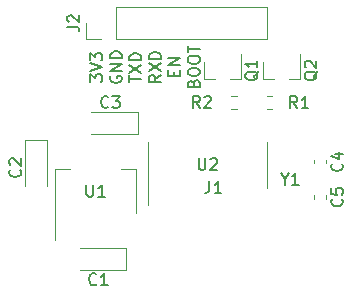
<source format=gbr>
%TF.GenerationSoftware,KiCad,Pcbnew,(5.1.10)-1*%
%TF.CreationDate,2021-05-26T11:20:56+00:00*%
%TF.ProjectId,esp32_programmer,65737033-325f-4707-926f-6772616d6d65,rev?*%
%TF.SameCoordinates,Original*%
%TF.FileFunction,Legend,Top*%
%TF.FilePolarity,Positive*%
%FSLAX46Y46*%
G04 Gerber Fmt 4.6, Leading zero omitted, Abs format (unit mm)*
G04 Created by KiCad (PCBNEW (5.1.10)-1) date 2021-05-26 11:20:56*
%MOMM*%
%LPD*%
G01*
G04 APERTURE LIST*
%ADD10C,0.150000*%
%ADD11C,0.120000*%
G04 APERTURE END LIST*
D10*
X118827380Y-70738095D02*
X118827380Y-70119047D01*
X119208333Y-70452380D01*
X119208333Y-70309523D01*
X119255952Y-70214285D01*
X119303571Y-70166666D01*
X119398809Y-70119047D01*
X119636904Y-70119047D01*
X119732142Y-70166666D01*
X119779761Y-70214285D01*
X119827380Y-70309523D01*
X119827380Y-70595238D01*
X119779761Y-70690476D01*
X119732142Y-70738095D01*
X118827380Y-69833333D02*
X119827380Y-69500000D01*
X118827380Y-69166666D01*
X118827380Y-68928571D02*
X118827380Y-68309523D01*
X119208333Y-68642857D01*
X119208333Y-68500000D01*
X119255952Y-68404761D01*
X119303571Y-68357142D01*
X119398809Y-68309523D01*
X119636904Y-68309523D01*
X119732142Y-68357142D01*
X119779761Y-68404761D01*
X119827380Y-68500000D01*
X119827380Y-68785714D01*
X119779761Y-68880952D01*
X119732142Y-68928571D01*
X120525000Y-70261904D02*
X120477380Y-70357142D01*
X120477380Y-70500000D01*
X120525000Y-70642857D01*
X120620238Y-70738095D01*
X120715476Y-70785714D01*
X120905952Y-70833333D01*
X121048809Y-70833333D01*
X121239285Y-70785714D01*
X121334523Y-70738095D01*
X121429761Y-70642857D01*
X121477380Y-70500000D01*
X121477380Y-70404761D01*
X121429761Y-70261904D01*
X121382142Y-70214285D01*
X121048809Y-70214285D01*
X121048809Y-70404761D01*
X121477380Y-69785714D02*
X120477380Y-69785714D01*
X121477380Y-69214285D01*
X120477380Y-69214285D01*
X121477380Y-68738095D02*
X120477380Y-68738095D01*
X120477380Y-68500000D01*
X120525000Y-68357142D01*
X120620238Y-68261904D01*
X120715476Y-68214285D01*
X120905952Y-68166666D01*
X121048809Y-68166666D01*
X121239285Y-68214285D01*
X121334523Y-68261904D01*
X121429761Y-68357142D01*
X121477380Y-68500000D01*
X121477380Y-68738095D01*
X122127380Y-70761904D02*
X122127380Y-70190476D01*
X123127380Y-70476190D02*
X122127380Y-70476190D01*
X122127380Y-69952380D02*
X123127380Y-69285714D01*
X122127380Y-69285714D02*
X123127380Y-69952380D01*
X123127380Y-68904761D02*
X122127380Y-68904761D01*
X122127380Y-68666666D01*
X122175000Y-68523809D01*
X122270238Y-68428571D01*
X122365476Y-68380952D01*
X122555952Y-68333333D01*
X122698809Y-68333333D01*
X122889285Y-68380952D01*
X122984523Y-68428571D01*
X123079761Y-68523809D01*
X123127380Y-68666666D01*
X123127380Y-68904761D01*
X124777380Y-70166666D02*
X124301190Y-70500000D01*
X124777380Y-70738095D02*
X123777380Y-70738095D01*
X123777380Y-70357142D01*
X123825000Y-70261904D01*
X123872619Y-70214285D01*
X123967857Y-70166666D01*
X124110714Y-70166666D01*
X124205952Y-70214285D01*
X124253571Y-70261904D01*
X124301190Y-70357142D01*
X124301190Y-70738095D01*
X123777380Y-69833333D02*
X124777380Y-69166666D01*
X123777380Y-69166666D02*
X124777380Y-69833333D01*
X124777380Y-68785714D02*
X123777380Y-68785714D01*
X123777380Y-68547619D01*
X123825000Y-68404761D01*
X123920238Y-68309523D01*
X124015476Y-68261904D01*
X124205952Y-68214285D01*
X124348809Y-68214285D01*
X124539285Y-68261904D01*
X124634523Y-68309523D01*
X124729761Y-68404761D01*
X124777380Y-68547619D01*
X124777380Y-68785714D01*
X125903571Y-70238095D02*
X125903571Y-69904761D01*
X126427380Y-69761904D02*
X126427380Y-70238095D01*
X125427380Y-70238095D01*
X125427380Y-69761904D01*
X126427380Y-69333333D02*
X125427380Y-69333333D01*
X126427380Y-68761904D01*
X125427380Y-68761904D01*
X127553571Y-70857142D02*
X127601190Y-70714285D01*
X127648809Y-70666666D01*
X127744047Y-70619047D01*
X127886904Y-70619047D01*
X127982142Y-70666666D01*
X128029761Y-70714285D01*
X128077380Y-70809523D01*
X128077380Y-71190476D01*
X127077380Y-71190476D01*
X127077380Y-70857142D01*
X127125000Y-70761904D01*
X127172619Y-70714285D01*
X127267857Y-70666666D01*
X127363095Y-70666666D01*
X127458333Y-70714285D01*
X127505952Y-70761904D01*
X127553571Y-70857142D01*
X127553571Y-71190476D01*
X127077380Y-70000000D02*
X127077380Y-69809523D01*
X127125000Y-69714285D01*
X127220238Y-69619047D01*
X127410714Y-69571428D01*
X127744047Y-69571428D01*
X127934523Y-69619047D01*
X128029761Y-69714285D01*
X128077380Y-69809523D01*
X128077380Y-70000000D01*
X128029761Y-70095238D01*
X127934523Y-70190476D01*
X127744047Y-70238095D01*
X127410714Y-70238095D01*
X127220238Y-70190476D01*
X127125000Y-70095238D01*
X127077380Y-70000000D01*
X127077380Y-68952380D02*
X127077380Y-68761904D01*
X127125000Y-68666666D01*
X127220238Y-68571428D01*
X127410714Y-68523809D01*
X127744047Y-68523809D01*
X127934523Y-68571428D01*
X128029761Y-68666666D01*
X128077380Y-68761904D01*
X128077380Y-68952380D01*
X128029761Y-69047619D01*
X127934523Y-69142857D01*
X127744047Y-69190476D01*
X127410714Y-69190476D01*
X127220238Y-69142857D01*
X127125000Y-69047619D01*
X127077380Y-68952380D01*
X127077380Y-68238095D02*
X127077380Y-67666666D01*
X128077380Y-67952380D02*
X127077380Y-67952380D01*
D11*
%TO.C,C1*%
X117900000Y-86685000D02*
X121810000Y-86685000D01*
X121810000Y-86685000D02*
X121810000Y-84815000D01*
X121810000Y-84815000D02*
X117900000Y-84815000D01*
%TO.C,C2*%
X115185000Y-79600000D02*
X115185000Y-75690000D01*
X115185000Y-75690000D02*
X113315000Y-75690000D01*
X113315000Y-75690000D02*
X113315000Y-79600000D01*
%TO.C,C3*%
X122810000Y-73315000D02*
X118900000Y-73315000D01*
X122810000Y-75185000D02*
X122810000Y-73315000D01*
X118900000Y-75185000D02*
X122810000Y-75185000D01*
%TO.C,C4*%
X137740000Y-77640580D02*
X137740000Y-77359420D01*
X138760000Y-77640580D02*
X138760000Y-77359420D01*
%TO.C,C5*%
X138760000Y-80640580D02*
X138760000Y-80359420D01*
X137740000Y-80640580D02*
X137740000Y-80359420D01*
%TO.C,J2*%
X133780000Y-67080000D02*
X133780000Y-64420000D01*
X121020000Y-67080000D02*
X133780000Y-67080000D01*
X121020000Y-64420000D02*
X133780000Y-64420000D01*
X121020000Y-67080000D02*
X121020000Y-64420000D01*
X119750000Y-67080000D02*
X118420000Y-67080000D01*
X118420000Y-67080000D02*
X118420000Y-65750000D01*
%TO.C,Q1*%
X128420000Y-70510000D02*
X129350000Y-70510000D01*
X131580000Y-70510000D02*
X130650000Y-70510000D01*
X131580000Y-70510000D02*
X131580000Y-68350000D01*
X128420000Y-70510000D02*
X128420000Y-69050000D01*
%TO.C,Q2*%
X133420000Y-70510000D02*
X133420000Y-69050000D01*
X136580000Y-70510000D02*
X136580000Y-68350000D01*
X136580000Y-70510000D02*
X135650000Y-70510000D01*
X133420000Y-70510000D02*
X134350000Y-70510000D01*
%TO.C,R1*%
X133762742Y-71977500D02*
X134237258Y-71977500D01*
X133762742Y-73022500D02*
X134237258Y-73022500D01*
%TO.C,R2*%
X131237258Y-71977500D02*
X130762742Y-71977500D01*
X131237258Y-73022500D02*
X130762742Y-73022500D01*
%TO.C,U1*%
X122660000Y-78090000D02*
X121400000Y-78090000D01*
X115840000Y-78090000D02*
X117100000Y-78090000D01*
X122660000Y-81850000D02*
X122660000Y-78090000D01*
X115840000Y-84100000D02*
X115840000Y-78090000D01*
%TO.C,U2*%
X133810000Y-77750000D02*
X133810000Y-75800000D01*
X133810000Y-77750000D02*
X133810000Y-79700000D01*
X123690000Y-77750000D02*
X123690000Y-75800000D01*
X123690000Y-77750000D02*
X123690000Y-81200000D01*
%TO.C,J1*%
D10*
X128901866Y-79157380D02*
X128901866Y-79871666D01*
X128854247Y-80014523D01*
X128759009Y-80109761D01*
X128616152Y-80157380D01*
X128520914Y-80157380D01*
X129901866Y-80157380D02*
X129330438Y-80157380D01*
X129616152Y-80157380D02*
X129616152Y-79157380D01*
X129520914Y-79300238D01*
X129425676Y-79395476D01*
X129330438Y-79443095D01*
%TO.C,C1*%
X119333333Y-87857142D02*
X119285714Y-87904761D01*
X119142857Y-87952380D01*
X119047619Y-87952380D01*
X118904761Y-87904761D01*
X118809523Y-87809523D01*
X118761904Y-87714285D01*
X118714285Y-87523809D01*
X118714285Y-87380952D01*
X118761904Y-87190476D01*
X118809523Y-87095238D01*
X118904761Y-87000000D01*
X119047619Y-86952380D01*
X119142857Y-86952380D01*
X119285714Y-87000000D01*
X119333333Y-87047619D01*
X120285714Y-87952380D02*
X119714285Y-87952380D01*
X120000000Y-87952380D02*
X120000000Y-86952380D01*
X119904761Y-87095238D01*
X119809523Y-87190476D01*
X119714285Y-87238095D01*
%TO.C,C2*%
X112857142Y-78166666D02*
X112904761Y-78214285D01*
X112952380Y-78357142D01*
X112952380Y-78452380D01*
X112904761Y-78595238D01*
X112809523Y-78690476D01*
X112714285Y-78738095D01*
X112523809Y-78785714D01*
X112380952Y-78785714D01*
X112190476Y-78738095D01*
X112095238Y-78690476D01*
X112000000Y-78595238D01*
X111952380Y-78452380D01*
X111952380Y-78357142D01*
X112000000Y-78214285D01*
X112047619Y-78166666D01*
X112047619Y-77785714D02*
X112000000Y-77738095D01*
X111952380Y-77642857D01*
X111952380Y-77404761D01*
X112000000Y-77309523D01*
X112047619Y-77261904D01*
X112142857Y-77214285D01*
X112238095Y-77214285D01*
X112380952Y-77261904D01*
X112952380Y-77833333D01*
X112952380Y-77214285D01*
%TO.C,C3*%
X120333333Y-72857142D02*
X120285714Y-72904761D01*
X120142857Y-72952380D01*
X120047619Y-72952380D01*
X119904761Y-72904761D01*
X119809523Y-72809523D01*
X119761904Y-72714285D01*
X119714285Y-72523809D01*
X119714285Y-72380952D01*
X119761904Y-72190476D01*
X119809523Y-72095238D01*
X119904761Y-72000000D01*
X120047619Y-71952380D01*
X120142857Y-71952380D01*
X120285714Y-72000000D01*
X120333333Y-72047619D01*
X120666666Y-71952380D02*
X121285714Y-71952380D01*
X120952380Y-72333333D01*
X121095238Y-72333333D01*
X121190476Y-72380952D01*
X121238095Y-72428571D01*
X121285714Y-72523809D01*
X121285714Y-72761904D01*
X121238095Y-72857142D01*
X121190476Y-72904761D01*
X121095238Y-72952380D01*
X120809523Y-72952380D01*
X120714285Y-72904761D01*
X120666666Y-72857142D01*
%TO.C,C4*%
X140107142Y-77666666D02*
X140154761Y-77714285D01*
X140202380Y-77857142D01*
X140202380Y-77952380D01*
X140154761Y-78095238D01*
X140059523Y-78190476D01*
X139964285Y-78238095D01*
X139773809Y-78285714D01*
X139630952Y-78285714D01*
X139440476Y-78238095D01*
X139345238Y-78190476D01*
X139250000Y-78095238D01*
X139202380Y-77952380D01*
X139202380Y-77857142D01*
X139250000Y-77714285D01*
X139297619Y-77666666D01*
X139535714Y-76809523D02*
X140202380Y-76809523D01*
X139154761Y-77047619D02*
X139869047Y-77285714D01*
X139869047Y-76666666D01*
%TO.C,C5*%
X140107142Y-80666666D02*
X140154761Y-80714285D01*
X140202380Y-80857142D01*
X140202380Y-80952380D01*
X140154761Y-81095238D01*
X140059523Y-81190476D01*
X139964285Y-81238095D01*
X139773809Y-81285714D01*
X139630952Y-81285714D01*
X139440476Y-81238095D01*
X139345238Y-81190476D01*
X139250000Y-81095238D01*
X139202380Y-80952380D01*
X139202380Y-80857142D01*
X139250000Y-80714285D01*
X139297619Y-80666666D01*
X139202380Y-79761904D02*
X139202380Y-80238095D01*
X139678571Y-80285714D01*
X139630952Y-80238095D01*
X139583333Y-80142857D01*
X139583333Y-79904761D01*
X139630952Y-79809523D01*
X139678571Y-79761904D01*
X139773809Y-79714285D01*
X140011904Y-79714285D01*
X140107142Y-79761904D01*
X140154761Y-79809523D01*
X140202380Y-79904761D01*
X140202380Y-80142857D01*
X140154761Y-80238095D01*
X140107142Y-80285714D01*
%TO.C,J2*%
X116872380Y-66083333D02*
X117586666Y-66083333D01*
X117729523Y-66130952D01*
X117824761Y-66226190D01*
X117872380Y-66369047D01*
X117872380Y-66464285D01*
X116967619Y-65654761D02*
X116920000Y-65607142D01*
X116872380Y-65511904D01*
X116872380Y-65273809D01*
X116920000Y-65178571D01*
X116967619Y-65130952D01*
X117062857Y-65083333D01*
X117158095Y-65083333D01*
X117300952Y-65130952D01*
X117872380Y-65702380D01*
X117872380Y-65083333D01*
%TO.C,Q1*%
X133047619Y-69845238D02*
X133000000Y-69940476D01*
X132904761Y-70035714D01*
X132761904Y-70178571D01*
X132714285Y-70273809D01*
X132714285Y-70369047D01*
X132952380Y-70321428D02*
X132904761Y-70416666D01*
X132809523Y-70511904D01*
X132619047Y-70559523D01*
X132285714Y-70559523D01*
X132095238Y-70511904D01*
X132000000Y-70416666D01*
X131952380Y-70321428D01*
X131952380Y-70130952D01*
X132000000Y-70035714D01*
X132095238Y-69940476D01*
X132285714Y-69892857D01*
X132619047Y-69892857D01*
X132809523Y-69940476D01*
X132904761Y-70035714D01*
X132952380Y-70130952D01*
X132952380Y-70321428D01*
X132952380Y-68940476D02*
X132952380Y-69511904D01*
X132952380Y-69226190D02*
X131952380Y-69226190D01*
X132095238Y-69321428D01*
X132190476Y-69416666D01*
X132238095Y-69511904D01*
%TO.C,Q2*%
X138047619Y-69845238D02*
X138000000Y-69940476D01*
X137904761Y-70035714D01*
X137761904Y-70178571D01*
X137714285Y-70273809D01*
X137714285Y-70369047D01*
X137952380Y-70321428D02*
X137904761Y-70416666D01*
X137809523Y-70511904D01*
X137619047Y-70559523D01*
X137285714Y-70559523D01*
X137095238Y-70511904D01*
X137000000Y-70416666D01*
X136952380Y-70321428D01*
X136952380Y-70130952D01*
X137000000Y-70035714D01*
X137095238Y-69940476D01*
X137285714Y-69892857D01*
X137619047Y-69892857D01*
X137809523Y-69940476D01*
X137904761Y-70035714D01*
X137952380Y-70130952D01*
X137952380Y-70321428D01*
X137047619Y-69511904D02*
X137000000Y-69464285D01*
X136952380Y-69369047D01*
X136952380Y-69130952D01*
X137000000Y-69035714D01*
X137047619Y-68988095D01*
X137142857Y-68940476D01*
X137238095Y-68940476D01*
X137380952Y-68988095D01*
X137952380Y-69559523D01*
X137952380Y-68940476D01*
%TO.C,R1*%
X136333333Y-72952380D02*
X136000000Y-72476190D01*
X135761904Y-72952380D02*
X135761904Y-71952380D01*
X136142857Y-71952380D01*
X136238095Y-72000000D01*
X136285714Y-72047619D01*
X136333333Y-72142857D01*
X136333333Y-72285714D01*
X136285714Y-72380952D01*
X136238095Y-72428571D01*
X136142857Y-72476190D01*
X135761904Y-72476190D01*
X137285714Y-72952380D02*
X136714285Y-72952380D01*
X137000000Y-72952380D02*
X137000000Y-71952380D01*
X136904761Y-72095238D01*
X136809523Y-72190476D01*
X136714285Y-72238095D01*
%TO.C,R2*%
X128083333Y-72952380D02*
X127750000Y-72476190D01*
X127511904Y-72952380D02*
X127511904Y-71952380D01*
X127892857Y-71952380D01*
X127988095Y-72000000D01*
X128035714Y-72047619D01*
X128083333Y-72142857D01*
X128083333Y-72285714D01*
X128035714Y-72380952D01*
X127988095Y-72428571D01*
X127892857Y-72476190D01*
X127511904Y-72476190D01*
X128464285Y-72047619D02*
X128511904Y-72000000D01*
X128607142Y-71952380D01*
X128845238Y-71952380D01*
X128940476Y-72000000D01*
X128988095Y-72047619D01*
X129035714Y-72142857D01*
X129035714Y-72238095D01*
X128988095Y-72380952D01*
X128416666Y-72952380D01*
X129035714Y-72952380D01*
%TO.C,U1*%
X118488095Y-79452380D02*
X118488095Y-80261904D01*
X118535714Y-80357142D01*
X118583333Y-80404761D01*
X118678571Y-80452380D01*
X118869047Y-80452380D01*
X118964285Y-80404761D01*
X119011904Y-80357142D01*
X119059523Y-80261904D01*
X119059523Y-79452380D01*
X120059523Y-80452380D02*
X119488095Y-80452380D01*
X119773809Y-80452380D02*
X119773809Y-79452380D01*
X119678571Y-79595238D01*
X119583333Y-79690476D01*
X119488095Y-79738095D01*
%TO.C,U2*%
X127988095Y-77202380D02*
X127988095Y-78011904D01*
X128035714Y-78107142D01*
X128083333Y-78154761D01*
X128178571Y-78202380D01*
X128369047Y-78202380D01*
X128464285Y-78154761D01*
X128511904Y-78107142D01*
X128559523Y-78011904D01*
X128559523Y-77202380D01*
X128988095Y-77297619D02*
X129035714Y-77250000D01*
X129130952Y-77202380D01*
X129369047Y-77202380D01*
X129464285Y-77250000D01*
X129511904Y-77297619D01*
X129559523Y-77392857D01*
X129559523Y-77488095D01*
X129511904Y-77630952D01*
X128940476Y-78202380D01*
X129559523Y-78202380D01*
%TO.C,Y1*%
X135273809Y-78976190D02*
X135273809Y-79452380D01*
X134940476Y-78452380D02*
X135273809Y-78976190D01*
X135607142Y-78452380D01*
X136464285Y-79452380D02*
X135892857Y-79452380D01*
X136178571Y-79452380D02*
X136178571Y-78452380D01*
X136083333Y-78595238D01*
X135988095Y-78690476D01*
X135892857Y-78738095D01*
%TD*%
M02*

</source>
